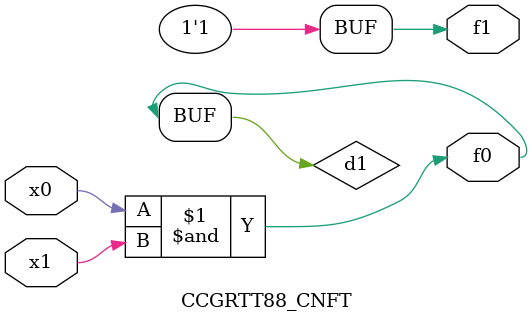
<source format=v>
module CCGRTT88_CNFT(
	input x0, x1,
	output f0, f1
);

	wire d1;

	assign f0 = d1;
	and (d1, x0, x1);
	assign f1 = 1'b1;
endmodule

</source>
